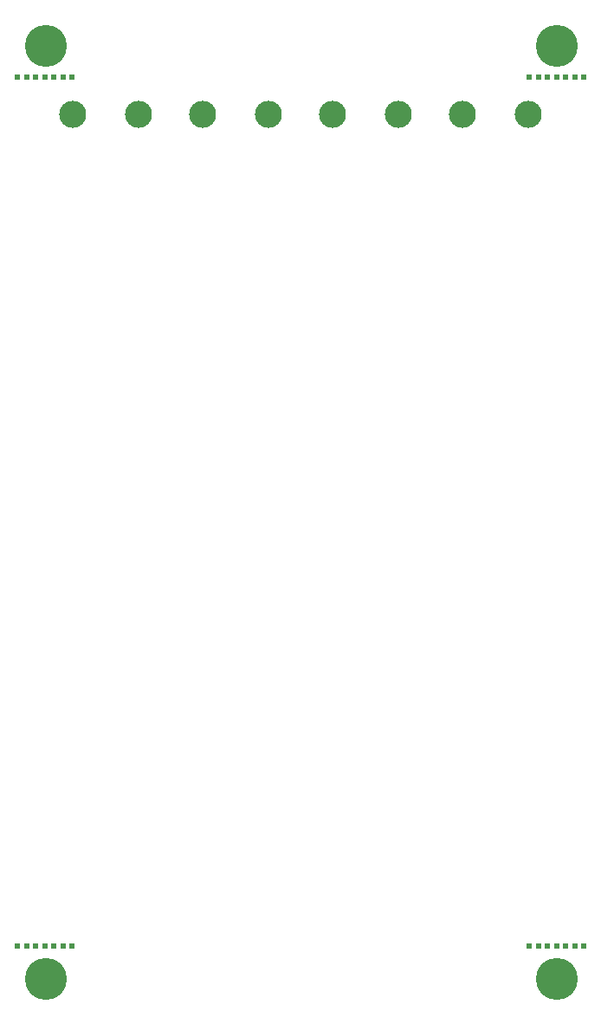
<source format=gbr>
G04 EAGLE Gerber RS-274X export*
G75*
%MOMM*%
%FSLAX34Y34*%
%LPD*%
%INSoldermask Bottom*%
%IPPOS*%
%AMOC8*
5,1,8,0,0,1.08239X$1,22.5*%
G01*
%ADD10C,0.601600*%
%ADD11C,4.101600*%
%ADD12C,2.641600*%


D10*
X59690Y849630D03*
X50800Y849630D03*
X41910Y849630D03*
X33020Y849630D03*
X24130Y849630D03*
X15240Y849630D03*
X6350Y849630D03*
X560070Y849630D03*
X551180Y849630D03*
X542290Y849630D03*
X533400Y849630D03*
X524510Y849630D03*
X515620Y849630D03*
X506730Y849630D03*
X59690Y0D03*
X50800Y0D03*
X41910Y0D03*
X33020Y0D03*
X24130Y0D03*
X15240Y0D03*
X6350Y0D03*
X560070Y0D03*
X551180Y0D03*
X542290Y0D03*
X533400Y0D03*
X524510Y0D03*
X515620Y0D03*
X506730Y0D03*
D11*
X34290Y-31750D03*
X533400Y880110D03*
X533400Y-31750D03*
X34290Y880110D03*
D12*
X441210Y812800D03*
X506210Y812800D03*
X125210Y812800D03*
X60210Y812800D03*
X187210Y812800D03*
X252210Y812800D03*
X314210Y812800D03*
X379210Y812800D03*
M02*

</source>
